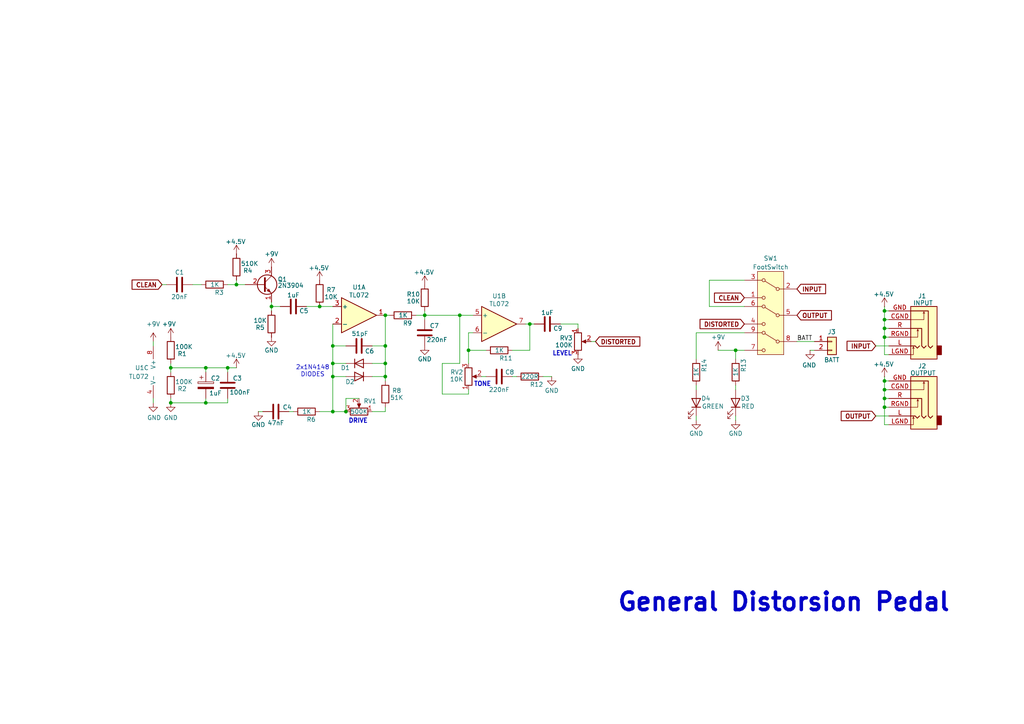
<source format=kicad_sch>
(kicad_sch (version 20231120) (generator "eeschema") (generator_version "8.0")
  (paper "A4")
  (lib_symbols
    (symbol "Amplifier_Operational:TL072" (pin_names (offset 0.127))
      (property "Reference" "U" (at 0 5.08 0))
      (property "Value" "TL072" (at 0 -5.08 0))
      (symbol "TL072_1_1"
        (polyline (pts (xy -5.08 5.08) (xy 5.08 0) (xy -5.08 -5.08) (xy -5.08 5.08)) (stroke (width 0.254)) (fill (type background)))
        (pin output line (at 7.62 0 180) (length 2.54) (name "~") (number "1"))
        (pin input line (at -7.62 -2.54 0) (length 2.54) (name "-") (number "2"))
        (pin input line (at -7.62 2.54 0) (length 2.54) (name "+") (number "3"))
      )
      (symbol "TL072_2_1"
        (polyline (pts (xy -5.08 5.08) (xy 5.08 0) (xy -5.08 -5.08) (xy -5.08 5.08)) (stroke (width 0.254)) (fill (type background)))
        (pin input line (at -7.62 2.54 0) (length 2.54) (name "+") (number "5"))
        (pin input line (at -7.62 -2.54 0) (length 2.54) (name "-") (number "6"))
        (pin output line (at 7.62 0 180) (length 2.54) (name "~") (number "7"))
      )
      (symbol "TL072_3_1"
        (pin power_in line (at -2.54 -7.62 90) (length 3.81) (name "V-") (number "4"))
        (pin power_in line (at -2.54 7.62 270) (length 3.81) (name "V+") (number "8"))
      )
    )
    (symbol "Connector_Audio:AudioJack3_Switch"
      (property "Reference" "J7" (at -1.905 11.43 0))
      (property "Value" "AudioJack3_Switch" (at -1.905 8.89 0))
      (symbol "AudioJack3_Switch_0_1"
        (rectangle (start -5.08 -5.08) (end -6.35 -7.62) (stroke (width 0.254)) (fill (type outline)))
        (polyline (pts (xy -1.27 4.826) (xy -1.016 4.318)))
        (polyline (pts (xy 0.508 -0.254) (xy 0.762 -0.762)))
        (polyline (pts (xy 1.778 -5.334) (xy 2.032 -5.842)))
        (polyline (pts (xy 0 -5.08) (xy 0.635 -5.715) (xy 1.27 -5.08) (xy 2.54 -5.08)) (stroke (width 0.254)))
        (polyline (pts (xy 2.54 -7.62) (xy 1.778 -7.62) (xy 1.778 -5.334) (xy 1.524 -5.842)))
        (polyline (pts (xy 2.54 -2.54) (xy 0.508 -2.54) (xy 0.508 -0.254) (xy 0.254 -0.762)))
        (polyline (pts (xy 2.54 2.54) (xy -1.27 2.54) (xy -1.27 4.826) (xy -1.524 4.318)))
        (polyline (pts (xy -1.905 -5.08) (xy -1.27 -5.715) (xy -0.635 -5.08) (xy -0.635 0) (xy 2.54 0)) (stroke (width 0.254)))
        (polyline (pts (xy 2.54 5.08) (xy -2.54 5.08) (xy -2.54 -5.08) (xy -3.175 -5.715) (xy -3.81 -5.08)) (stroke (width 0.254)))
        (rectangle (start 2.54 6.35) (end -5.08 -8.89) (stroke (width 0.254)) (fill (type background)))
      )
      (symbol "AudioJack3_Switch_1_1"
        (pin passive line (at 8.89 2.54 180) (length 6.35) (name "~") (number "CGND"))
        (pin passive line (at 8.89 5.08 180) (length 6.35) (name "~") (number "GND"))
        (pin passive line (at 8.89 -5.08 180) (length 6.35) (name "~") (number "L"))
        (pin passive line (at 8.89 -7.62 180) (length 6.35) (name "~") (number "LGND"))
        (pin passive line (at 8.89 0 180) (length 6.35) (name "~") (number "R"))
        (pin passive line (at 8.89 -2.54 180) (length 6.35) (name "~") (number "RGND"))
      )
    )
    (symbol "Connector_Generic:Conn_01x02" (pin_names (offset 1.016) hide)
      (property "Reference" "J" (at 0 2.54 0))
      (property "Value" "Conn_01x02" (at 0 -5.08 0))
      (symbol "Conn_01x02_1_1"
        (rectangle (start -1.27 -2.413) (end 0 -2.667) (stroke (width 0.1524)))
        (rectangle (start -1.27 0.127) (end 0 -0.127) (stroke (width 0.1524)))
        (rectangle (start -1.27 1.27) (end 1.27 -3.81) (stroke (width 0.254)) (fill (type background)))
        (pin passive line (at -5.08 0 0) (length 3.81) (name "Pin_1") (number "1"))
        (pin passive line (at -5.08 -2.54 0) (length 3.81) (name "Pin_2") (number "2"))
      )
    )
    (symbol "Device:C" (pin_numbers hide) (pin_names (offset 0.254))
      (property "Reference" "C" (at 0.635 2.54 0))
      (property "Value" "C" (at 0.635 -2.54 0))
      (symbol "C_0_1"
        (polyline (pts (xy -2.032 -0.762) (xy 2.032 -0.762)) (stroke (width 0.508)))
        (polyline (pts (xy -2.032 0.762) (xy 2.032 0.762)) (stroke (width 0.508)))
      )
      (symbol "C_1_1"
        (pin passive line (at 0 3.81 270) (length 2.794) (name "~") (number "1"))
        (pin passive line (at 0 -3.81 90) (length 2.794) (name "~") (number "2"))
      )
    )
    (symbol "Device:C_Polarized" (pin_numbers hide) (pin_names (offset 0.254))
      (property "Reference" "C" (at 0.635 2.54 0))
      (property "Value" "C_Polarized" (at 0.635 -2.54 0))
      (symbol "C_Polarized_0_1"
        (rectangle (start -2.286 0.508) (end 2.286 1.016))
        (polyline (pts (xy -1.778 2.286) (xy -0.762 2.286)))
        (polyline (pts (xy -1.27 2.794) (xy -1.27 1.778)))
        (rectangle (start 2.286 -0.508) (end -2.286 -1.016) (fill (type outline)))
      )
      (symbol "C_Polarized_1_1"
        (pin passive line (at 0 3.81 270) (length 2.794) (name "~") (number "1"))
        (pin passive line (at 0 -3.81 90) (length 2.794) (name "~") (number "2"))
      )
    )
    (symbol "Device:D" (pin_numbers hide) (pin_names (offset 1.016) hide)
      (property "Reference" "D" (at 0 2.54 0))
      (property "Value" "D" (at 0 -2.54 0))
      (symbol "D_0_1"
        (polyline (pts (xy -1.27 1.27) (xy -1.27 -1.27)) (stroke (width 0.254)))
        (polyline (pts (xy 1.27 0) (xy -1.27 0)))
        (polyline (pts (xy 1.27 1.27) (xy 1.27 -1.27) (xy -1.27 0) (xy 1.27 1.27)) (stroke (width 0.254)))
      )
      (symbol "D_1_1"
        (pin passive line (at -3.81 0 0) (length 2.54) (name "K") (number "1"))
        (pin passive line (at 3.81 0 180) (length 2.54) (name "A") (number "2"))
      )
    )
    (symbol "Device:LED" (pin_numbers hide) (pin_names (offset 1.016) hide)
      (property "Reference" "D" (at 0 2.54 0))
      (property "Value" "LED" (at 0 -2.54 0))
      (symbol "LED_0_1"
        (polyline (pts (xy -1.27 -1.27) (xy -1.27 1.27)) (stroke (width 0.254)))
        (polyline (pts (xy -1.27 0) (xy 1.27 0)))
        (polyline (pts (xy 1.27 -1.27) (xy 1.27 1.27) (xy -1.27 0) (xy 1.27 -1.27)) (stroke (width 0.254)))
        (polyline (pts (xy -3.048 -0.762) (xy -4.572 -2.286) (xy -3.81 -2.286) (xy -4.572 -2.286) (xy -4.572 -1.524)))
        (polyline (pts (xy -1.778 -0.762) (xy -3.302 -2.286) (xy -2.54 -2.286) (xy -3.302 -2.286) (xy -3.302 -1.524)))
      )
      (symbol "LED_1_1"
        (pin passive line (at -3.81 0 0) (length 2.54) (name "K") (number "1"))
        (pin passive line (at 3.81 0 180) (length 2.54) (name "A") (number "2"))
      )
    )
    (symbol "Device:R" (pin_numbers hide) (pin_names (offset 0))
      (property "Reference" "R" (at 2.032 0 90))
      (property "Value" "R" (at 0 0 90))
      (symbol "R_0_1"
        (rectangle (start -1.016 -2.54) (end 1.016 2.54) (stroke (width 0.254)))
      )
      (symbol "R_1_1"
        (pin passive line (at 0 3.81 270) (length 1.27) (name "~") (number "1"))
        (pin passive line (at 0 -3.81 90) (length 1.27) (name "~") (number "2"))
      )
    )
    (symbol "Device:R_Potentiometer" (pin_names (offset 1.016) hide)
      (property "Reference" "RV" (at -4.445 0 90))
      (property "Value" "R_Potentiometer" (at -2.54 0 90))
      (symbol "R_Potentiometer_0_1"
        (polyline (pts (xy 2.54 0) (xy 1.524 0)))
        (polyline (pts (xy 1.143 0) (xy 2.286 0.508) (xy 2.286 -0.508) (xy 1.143 0)) (fill (type outline)))
        (rectangle (start 1.016 2.54) (end -1.016 -2.54) (stroke (width 0.254)))
      )
      (symbol "R_Potentiometer_1_1"
        (pin passive line (at 0 3.81 270) (length 1.27) (name "1") (number "1"))
        (pin passive line (at 3.81 0 180) (length 1.27) (name "2") (number "2"))
        (pin passive line (at 0 -3.81 90) (length 1.27) (name "3") (number "3"))
      )
    )
    (symbol "Switch:SW_Nidec_CAS-120A1" (pin_names (offset 1) hide)
      (property "Reference" "SW3" (at 0 8.89 0))
      (property "Value" "SW_Nidec_CAS-120A1" (at 0 6.35 0))
      (symbol "SW_Nidec_CAS-120A1_0_1"
        (circle (center -2.032 -15.24) (radius 0.4572))
        (circle (center -2.032 -7.62) (radius 0.4572))
        (circle (center -2.032 0) (radius 0.4572))
        (polyline (pts (xy -1.651 -14.986) (xy 1.651 -12.954)))
        (polyline (pts (xy -1.651 -7.366) (xy 1.651 -5.334)))
        (polyline (pts (xy -1.651 0.254) (xy 1.651 2.286)))
        (circle (center 2.032 -17.78) (radius 0.4572))
        (circle (center 2.032 -12.7) (radius 0.4572))
        (circle (center 2.032 -10.16) (radius 0.4572))
        (circle (center 2.032 -5.08) (radius 0.4572))
        (circle (center 2.032 -2.54) (radius 0.4572))
        (circle (center 2.032 2.54) (radius 0.4572))
      )
      (symbol "SW_Nidec_CAS-120A1_1_1"
        (rectangle (start -3.81 5.08) (end 3.81 -19.05) (fill (type background)))
        (pin passive line (at 7.62 -2.54 180) (length 5.08) (name "C") (number "1"))
        (pin passive line (at -7.62 0 0) (length 5.08) (name "B") (number "2"))
        (pin passive line (at 7.62 2.54 180) (length 5.08) (name "A") (number "3"))
        (pin passive line (at 7.62 -10.16 180) (length 5.08) (name "C") (number "4"))
        (pin passive line (at -7.62 -7.62 0) (length 5.08) (name "B") (number "5"))
        (pin passive line (at 7.62 -5.08 180) (length 5.08) (name "A") (number "6"))
        (pin passive line (at 7.62 -17.78 180) (length 5.08) (name "C") (number "7"))
        (pin passive line (at -7.62 -15.24 0) (length 5.08) (name "B") (number "8"))
        (pin passive line (at 7.62 -12.7 180) (length 5.08) (name "A") (number "9"))
      )
    )
    (symbol "Transistor_BJT:2N3904" (pin_names (offset 0) hide)
      (property "Reference" "Q" (at 5.08 1.905 0))
      (property "Value" "2N3904" (at 5.08 0 0))
      (symbol "2N3904_0_1"
        (polyline (pts (xy 0.635 0.635) (xy 2.54 2.54)))
        (polyline (pts (xy 0.635 -0.635) (xy 2.54 -2.54) (xy 2.54 -2.54)))
        (polyline (pts (xy 0.635 1.905) (xy 0.635 -1.905) (xy 0.635 -1.905)) (stroke (width 0.508)))
        (polyline (pts (xy 1.27 -1.778) (xy 1.778 -1.27) (xy 2.286 -2.286) (xy 1.27 -1.778) (xy 1.27 -1.778)) (fill (type outline)))
        (circle (center 1.27 0) (radius 2.8194) (stroke (width 0.254)))
      )
      (symbol "2N3904_1_1"
        (pin passive line (at 2.54 -5.08 90) (length 2.54) (name "E") (number "1"))
        (pin passive line (at -5.08 0 0) (length 5.715) (name "B") (number "2"))
        (pin passive line (at 2.54 5.08 270) (length 2.54) (name "C") (number "3"))
      )
    )
    (symbol "power:+4V" (power) (pin_numbers hide) (pin_names (offset 0) hide)
      (property "Value" "+4V" (at 0 3.556 0))
      (symbol "+4V_0_1"
        (polyline (pts (xy -0.762 1.27) (xy 0 2.54)))
        (polyline (pts (xy 0 0) (xy 0 2.54)))
        (polyline (pts (xy 0 2.54) (xy 0.762 1.27)))
      )
      (symbol "+4V_1_1"
        (pin power_in line (at 0 0 90) (length 0) (name "~") (number "1"))
      )
    )
    (symbol "power:+9V" (power) (pin_numbers hide) (pin_names (offset 0) hide)
      (property "Value" "+9V" (at 0 3.556 0))
      (symbol "+9V_0_1"
        (polyline (pts (xy -0.762 1.27) (xy 0 2.54)))
        (polyline (pts (xy 0 0) (xy 0 2.54)))
        (polyline (pts (xy 0 2.54) (xy 0.762 1.27)))
      )
      (symbol "+9V_1_1"
        (pin power_in line (at 0 0 90) (length 0) (name "~") (number "1"))
      )
    )
    (symbol "power:GND" (power) (pin_numbers hide) (pin_names (offset 0) hide)
      (property "Value" "GND" (at 0 -3.81 0))
      (symbol "GND_0_1"
        (polyline (pts (xy 0 0) (xy 0 -1.27) (xy 1.27 -1.27) (xy 0 -2.54) (xy -1.27 -1.27) (xy 0 -1.27)))
      )
      (symbol "GND_1_1"
        (pin power_in line (at 0 0 270) (length 0) (name "~") (number "1"))
      )
    )
  )
  (junction (at 135.89 101.6))
  (junction (at 256.54 115.57))
  (junction (at 256.54 97.79))
  (junction (at 153.67 93.98))
  (junction (at 256.54 113.03))
  (junction (at 111.76 91.44))
  (junction (at 96.52 100.33))
  (junction (at 123.19 91.44))
  (junction (at 133.35 91.44))
  (junction (at 100.33 119.38))
  (junction (at 92.71 88.9))
  (junction (at 256.54 92.71))
  (junction (at 256.54 95.25))
  (junction (at 59.69 116.84))
  (junction (at 111.76 105.41))
  (junction (at 96.52 105.41))
  (junction (at 256.54 110.49))
  (junction (at 49.53 106.68))
  (junction (at 256.54 118.11))
  (junction (at 66.04 106.68))
  (junction (at 96.52 109.22))
  (junction (at 213.36 101.6))
  (junction (at 111.76 109.22))
  (junction (at 49.53 116.84))
  (junction (at 96.52 119.38))
  (junction (at 68.58 82.55))
  (junction (at 59.69 106.68))
  (junction (at 78.74 88.9))
  (junction (at 111.76 100.33))
  (junction (at 256.54 90.17))
  (wire (pts (xy 135.89 101.6) (xy 135.89 105.41)))
  (wire (pts (xy 256.54 102.87) (xy 257.81 102.87)))
  (wire (pts (xy 66.04 115.57) (xy 66.04 116.84)))
  (wire (pts (xy 107.95 109.22) (xy 111.76 109.22)))
  (wire (pts (xy 44.45 116.84) (xy 44.45 115.57)))
  (wire (pts (xy 96.52 93.98) (xy 96.52 100.33)))
  (wire (pts (xy 100.33 119.38) (xy 100.33 115.57)))
  (wire (pts (xy 59.69 107.95) (xy 59.69 106.68)))
  (wire (pts (xy 78.74 88.9) (xy 78.74 87.63)))
  (wire (pts (xy 172.72 99.06) (xy 171.45 99.06)))
  (wire (pts (xy 44.45 99.06) (xy 44.45 100.33)))
  (wire (pts (xy 256.54 115.57) (xy 257.81 115.57)))
  (wire (pts (xy 256.54 95.25) (xy 256.54 92.71)))
  (wire (pts (xy 153.67 93.98) (xy 152.4 93.98)))
  (wire (pts (xy 257.81 92.71) (xy 256.54 92.71)))
  (wire (pts (xy 133.35 91.44) (xy 137.16 91.44)))
  (wire (pts (xy 78.74 90.17) (xy 78.74 88.9)))
  (wire (pts (xy 148.59 101.6) (xy 153.67 101.6)))
  (wire (pts (xy 96.52 105.41) (xy 100.33 105.41)))
  (wire (pts (xy 256.54 90.17) (xy 256.54 92.71)))
  (wire (pts (xy 92.71 88.9) (xy 96.52 88.9)))
  (wire (pts (xy 66.04 106.68) (xy 68.58 106.68)))
  (wire (pts (xy 140.97 101.6) (xy 135.89 101.6)))
  (wire (pts (xy 257.81 90.17) (xy 256.54 90.17)))
  (wire (pts (xy 59.69 106.68) (xy 49.53 106.68)))
  (wire (pts (xy 59.69 115.57) (xy 59.69 116.84)))
  (wire (pts (xy 201.93 104.14) (xy 201.93 96.52)))
  (wire (pts (xy 96.52 105.41) (xy 96.52 109.22)))
  (wire (pts (xy 140.97 109.22) (xy 139.7 109.22)))
  (wire (pts (xy 234.95 101.6) (xy 236.22 101.6)))
  (wire (pts (xy 135.89 96.52) (xy 137.16 96.52)))
  (wire (pts (xy 96.52 119.38) (xy 100.33 119.38)))
  (wire (pts (xy 254 120.65) (xy 257.81 120.65)))
  (wire (pts (xy 257.81 97.79) (xy 256.54 97.79)))
  (wire (pts (xy 201.93 96.52) (xy 215.9 96.52)))
  (wire (pts (xy 256.54 118.11) (xy 256.54 115.57)))
  (wire (pts (xy 167.64 93.98) (xy 162.56 93.98)))
  (wire (pts (xy 160.02 109.22) (xy 157.48 109.22)))
  (wire (pts (xy 123.19 91.44) (xy 123.19 92.71)))
  (wire (pts (xy 257.81 118.11) (xy 256.54 118.11)))
  (wire (pts (xy 205.74 88.9) (xy 205.74 81.28)))
  (wire (pts (xy 49.53 115.57) (xy 49.53 116.84)))
  (wire (pts (xy 201.93 111.76) (xy 201.93 113.03)))
  (wire (pts (xy 215.9 88.9) (xy 205.74 88.9)))
  (wire (pts (xy 256.54 88.9) (xy 256.54 90.17)))
  (wire (pts (xy 153.67 101.6) (xy 153.67 93.98)))
  (wire (pts (xy 111.76 100.33) (xy 111.76 105.41)))
  (wire (pts (xy 120.65 91.44) (xy 123.19 91.44)))
  (wire (pts (xy 96.52 109.22) (xy 96.52 119.38)))
  (wire (pts (xy 107.95 100.33) (xy 111.76 100.33)))
  (wire (pts (xy 135.89 101.6) (xy 135.89 96.52)))
  (wire (pts (xy 205.74 81.28) (xy 215.9 81.28)))
  (wire (pts (xy 213.36 121.92) (xy 213.36 120.65)))
  (wire (pts (xy 96.52 109.22) (xy 100.33 109.22)))
  (wire (pts (xy 92.71 119.38) (xy 96.52 119.38)))
  (wire (pts (xy 59.69 116.84) (xy 49.53 116.84)))
  (wire (pts (xy 100.33 115.57) (xy 104.14 115.57)))
  (wire (pts (xy 111.76 119.38) (xy 111.76 118.11)))
  (wire (pts (xy 213.36 101.6) (xy 213.36 104.14)))
  (wire (pts (xy 257.81 113.03) (xy 256.54 113.03)))
  (wire (pts (xy 208.28 101.6) (xy 213.36 101.6)))
  (wire (pts (xy 88.9 88.9) (xy 92.71 88.9)))
  (wire (pts (xy 111.76 91.44) (xy 111.76 100.33)))
  (wire (pts (xy 68.58 82.55) (xy 71.12 82.55)))
  (wire (pts (xy 256.54 123.19) (xy 257.81 123.19)))
  (wire (pts (xy 111.76 110.49) (xy 111.76 109.22)))
  (wire (pts (xy 128.27 105.41) (xy 133.35 105.41)))
  (wire (pts (xy 46.99 82.55) (xy 48.26 82.55)))
  (wire (pts (xy 49.53 105.41) (xy 49.53 106.68)))
  (wire (pts (xy 66.04 82.55) (xy 68.58 82.55)))
  (wire (pts (xy 254 100.33) (xy 257.81 100.33)))
  (wire (pts (xy 96.52 100.33) (xy 96.52 105.41)))
  (wire (pts (xy 149.86 109.22) (xy 148.59 109.22)))
  (wire (pts (xy 66.04 116.84) (xy 59.69 116.84)))
  (wire (pts (xy 167.64 95.25) (xy 167.64 93.98)))
  (wire (pts (xy 213.36 101.6) (xy 215.9 101.6)))
  (wire (pts (xy 257.81 110.49) (xy 256.54 110.49)))
  (wire (pts (xy 59.69 106.68) (xy 66.04 106.68)))
  (wire (pts (xy 81.28 88.9) (xy 78.74 88.9)))
  (wire (pts (xy 256.54 109.22) (xy 256.54 110.49)))
  (wire (pts (xy 74.93 119.38) (xy 76.2 119.38)))
  (wire (pts (xy 66.04 106.68) (xy 66.04 107.95)))
  (wire (pts (xy 123.19 91.44) (xy 133.35 91.44)))
  (wire (pts (xy 256.54 97.79) (xy 256.54 102.87)))
  (wire (pts (xy 135.89 113.03) (xy 135.89 114.3)))
  (wire (pts (xy 68.58 81.28) (xy 68.58 82.55)))
  (wire (pts (xy 128.27 114.3) (xy 135.89 114.3)))
  (wire (pts (xy 256.54 97.79) (xy 256.54 95.25)))
  (wire (pts (xy 113.03 91.44) (xy 111.76 91.44)))
  (wire (pts (xy 107.95 119.38) (xy 111.76 119.38)))
  (wire (pts (xy 256.54 115.57) (xy 256.54 113.03)))
  (wire (pts (xy 107.95 105.41) (xy 111.76 105.41)))
  (wire (pts (xy 256.54 110.49) (xy 256.54 113.03)))
  (wire (pts (xy 213.36 111.76) (xy 213.36 113.03)))
  (wire (pts (xy 201.93 121.92) (xy 201.93 120.65)))
  (wire (pts (xy 49.53 106.68) (xy 49.53 107.95)))
  (wire (pts (xy 154.94 93.98) (xy 153.67 93.98)))
  (wire (pts (xy 256.54 95.25) (xy 257.81 95.25)))
  (wire (pts (xy 231.14 99.06) (xy 236.22 99.06)))
  (wire (pts (xy 256.54 118.11) (xy 256.54 123.19)))
  (wire (pts (xy 123.19 90.17) (xy 123.19 91.44)))
  (wire (pts (xy 100.33 100.33) (xy 96.52 100.33)))
  (wire (pts (xy 111.76 109.22) (xy 111.76 105.41)))
  (wire (pts (xy 55.88 82.55) (xy 58.42 82.55)))
  (wire (pts (xy 83.82 119.38) (xy 85.09 119.38)))
  (wire (pts (xy 128.27 114.3) (xy 128.27 105.41)))
  (wire (pts (xy 133.35 105.41) (xy 133.35 91.44)))
  (text "General Distorsion Pedal" (at 227.33 174.752 0) (effects (font (size 5.08 5.08) (thickness 1.016) (bold yes))))
  (text "LEVEL" (at 163.068 102.616 0) (effects (font (size 1.27 1.27) (thickness 0.254) (bold yes))))
  (text "TONE" (at 139.954 111.506 0) (effects (font (size 1.27 1.27) (thickness 0.254) (bold yes))))
  (text "2x1N4148\nDIODES" (at 90.678 107.696 0) (effects (font (size 1.27 1.27))))
  (text "DRIVE" (at 103.886 122.174 0) (effects (font (size 1.27 1.27) (thickness 0.254) (bold yes))))
  (label "BATT" (at 231.14 99.06 0))
  (global_label "INPUT" (shape input) (at 254 100.33 180) (effects (font (bold yes))) (property "Intersheetrefs" "${INTERSHEET_REFS}" (effects (hide yes))))
  (global_label "DISTORTED" (shape input) (at 172.72 99.06 0) (effects (font (bold yes))) (property "Intersheetrefs" "${INTERSHEET_REFS}" (effects (hide yes))))
  (global_label "CLEAN" (shape input) (at 215.9 86.36 180) (effects (font (bold yes))) (property "Intersheetrefs" "${INTERSHEET_REFS}" (effects (hide yes))))
  (global_label "OUTPUT" (shape input) (at 254 120.65 180) (effects (font (bold yes))) (property "Intersheetrefs" "${INTERSHEET_REFS}" (effects (hide yes))))
  (global_label "INPUT" (shape input) (at 231.14 83.82 0) (effects (font (bold yes))) (property "Intersheetrefs" "${INTERSHEET_REFS}" (effects (hide yes))))
  (global_label "CLEAN" (shape input) (at 46.99 82.55 180) (effects (font (bold yes))) (property "Intersheetrefs" "${INTERSHEET_REFS}" (effects (hide yes))))
  (global_label "DISTORTED" (shape input) (at 215.9 93.98 180) (effects (font (bold yes))) (property "Intersheetrefs" "${INTERSHEET_REFS}" (effects (hide yes))))
  (global_label "OUTPUT" (shape input) (at 231.14 91.44 0) (effects (font (bold yes))) (property "Intersheetrefs" "${INTERSHEET_REFS}" (effects (hide yes))))
  (symbol (lib_id "Amplifier_Operational:TL072") (at 144.78 93.98 0) (unit 2)
    (property "Reference" "U1" (at 144.78 85.852 0))
    (property "Value" "TL072" (at 144.78 88.138 0))
    (property "Footprint" "Package_DIP:DIP-8_W7.62mm" (effects (hide yes)))
    (property "Datasheet" "http://www.ti.com/lit/ds/symlink/tl071.pdf" (effects (hide yes)))
    (property "Description" "Dual Low-Noise JFET-Input Operational Amplifiers, DIP-8/SOIC-8" (effects (hide yes)))
  )
  (symbol (lib_id "Device:R") (at 49.53 111.76 180) (unit 1)
    (property "Reference" "R2" (at 52.832 112.776 0))
    (property "Value" "100K" (at 53.34 110.744 0))
    (property "Footprint" "Resistor_THT:R_Axial_DIN0207_L6.3mm_D2.5mm_P10.16mm_Horizontal" (effects (hide yes)))
    (property "Description" "Resistor" (effects (hide yes)))
  )
  (symbol (lib_id "Device:C") (at 80.01 119.38 270) (unit 1)
    (property "Reference" "C4" (at 83.312 118.11 90))
    (property "Value" "47nF" (at 80.01 122.682 90))
    (property "Footprint" "Capacitor_THT:C_Disc_D4.3mm_W1.9mm_P5.00mm" (effects (hide yes)))
    (property "Description" "Unpolarized capacitor" (effects (hide yes)))
  )
  (symbol (lib_id "power:GND") (at 44.45 116.84 0) (mirror y) (unit 1)
    (property "Reference" "#PWR02" (effects (hide yes)))
    (property "Value" "GND" (at 44.704 121.158 0))
    (property "Description" "Power symbol creates a global label with name \"GND\" , ground" (effects (hide yes)))
  )
  (symbol (lib_id "power:+4V") (at 123.19 82.55 0) (unit 1)
    (property "Reference" "#PWR011" (effects (hide yes)))
    (property "Value" "+4.5V" (at 122.936 78.994 0))
    (property "Description" "Power symbol creates a global label with name \"+4V\"" (effects (hide yes)))
  )
  (symbol (lib_id "power:+9V") (at 78.74 77.47 0) (mirror y) (unit 1)
    (property "Reference" "#PWR08" (effects (hide yes)))
    (property "Value" "+9V" (at 78.74 73.66 0))
    (property "Description" "Power symbol creates a global label with name \"+9V\"" (effects (hide yes)))
  )
  (symbol (lib_id "power:GND") (at 74.93 119.38 0) (unit 1)
    (property "Reference" "#PWR07" (effects (hide yes)))
    (property "Value" "GND" (at 74.93 123.19 0))
    (property "Description" "Power symbol creates a global label with name \"GND\" , ground" (effects (hide yes)))
  )
  (symbol (lib_id "Device:R_Potentiometer") (at 135.89 109.22 0) (mirror x) (unit 1)
    (property "Reference" "RV2" (at 134.366 107.95 0) (effects (justify right)))
    (property "Value" "10K" (at 134.366 109.982 0) (effects (justify right)))
    (property "Description" "Potentiometer" (effects (hide yes)))
  )
  (symbol (lib_id "power:GND") (at 123.19 100.33 0) (unit 1)
    (property "Reference" "#PWR012" (effects (hide yes)))
    (property "Value" "GND" (at 123.19 104.14 0))
    (property "Description" "Power symbol creates a global label with name \"GND\" , ground" (effects (hide yes)))
  )
  (symbol (lib_id "Device:C") (at 52.07 82.55 90) (unit 1)
    (property "Reference" "C1" (at 52.07 78.994 90))
    (property "Value" "20nF" (at 52.07 86.106 90))
    (property "Footprint" "Capacitor_THT:C_Disc_D4.3mm_W1.9mm_P5.00mm" (effects (hide yes)))
    (property "Description" "Unpolarized capacitor" (effects (hide yes)))
  )
  (symbol (lib_id "power:GND") (at 234.95 101.6 0) (unit 1)
    (property "Reference" "#PWR022" (effects (hide yes)))
    (property "Value" "GND" (at 234.696 105.918 0))
    (property "Description" "Power symbol creates a global label with name \"GND\" , ground" (effects (hide yes)))
  )
  (symbol (lib_id "Device:R_Potentiometer") (at 167.64 99.06 0) (unit 1)
    (property "Reference" "RV3" (at 166.116 98.044 0) (effects (justify right)))
    (property "Value" "100K" (at 166.116 100.076 0) (effects (justify right)))
    (property "Description" "Potentiometer" (effects (hide yes)))
  )
  (symbol (lib_id "Device:R") (at 213.36 107.95 0) (unit 1)
    (property "Reference" "R13" (at 215.646 107.95 90) (effects (justify left)))
    (property "Value" "1K" (at 213.36 109.22 90) (effects (justify left)))
    (property "Footprint" "Resistor_THT:R_Axial_DIN0207_L6.3mm_D2.5mm_P10.16mm_Horizontal" (effects (hide yes)))
  )
  (symbol (lib_id "Device:R") (at 153.67 109.22 270) (unit 1)
    (property "Reference" "R12" (at 153.67 111.506 90) (effects (justify left)))
    (property "Value" "220R" (at 151.13 109.22 90) (effects (justify left)))
    (property "Footprint" "Resistor_THT:R_Axial_DIN0207_L6.3mm_D2.5mm_P10.16mm_Horizontal" (effects (hide yes)))
  )
  (symbol (lib_id "Device:C_Polarized") (at 59.69 111.76 0) (unit 1)
    (property "Reference" "C2" (at 62.484 109.728 0))
    (property "Value" "1uF" (at 62.484 114.046 0))
    (property "Description" "Polarized capacitor" (effects (hide yes)))
  )
  (symbol (lib_id "Device:D") (at 104.14 105.41 0) (mirror x) (unit 1)
    (property "Reference" "D1" (at 98.806 106.68 0) (effects (justify left)))
    (property "Value" "D" (effects (hide yes)))
    (property "Footprint" "Diode_THT:D_DO-41_SOD81_P10.16mm_Horizontal" (effects (hide yes)))
    (property "Description" "Diode" (effects (hide yes)))
    (property "Sim.Device" "D" (effects (hide yes)))
    (property "Sim.Pins" "1=K 2=A" (effects (hide yes)))
  )
  (symbol (lib_id "Device:R") (at 62.23 82.55 270) (unit 1)
    (property "Reference" "R3" (at 62.23 84.836 90) (effects (justify left)))
    (property "Value" "1K" (at 60.96 82.55 90) (effects (justify left)))
    (property "Footprint" "Resistor_THT:R_Axial_DIN0207_L6.3mm_D2.5mm_P10.16mm_Horizontal" (effects (hide yes)))
  )
  (symbol (lib_id "Device:R") (at 123.19 86.36 0) (unit 1)
    (property "Reference" "R10" (at 119.888 85.344 0))
    (property "Value" "10K" (at 119.888 87.376 0))
    (property "Footprint" "Resistor_THT:R_Axial_DIN0207_L6.3mm_D2.5mm_P10.16mm_Horizontal" (effects (hide yes)))
    (property "Description" "Resistor" (effects (hide yes)))
  )
  (symbol (lib_id "power:+4V") (at 256.54 88.9 0) (unit 1)
    (property "Reference" "#PWR018" (effects (hide yes)))
    (property "Value" "+4.5V" (at 256.286 85.344 0))
    (property "Description" "Power symbol creates a global label with name \"+4V\"" (effects (hide yes)))
  )
  (symbol (lib_id "Device:R") (at 49.53 101.6 180) (unit 1)
    (property "Reference" "R1" (at 52.832 102.616 0))
    (property "Value" "100K" (at 53.34 100.584 0))
    (property "Footprint" "Resistor_THT:R_Axial_DIN0207_L6.3mm_D2.5mm_P10.16mm_Horizontal" (effects (hide yes)))
    (property "Description" "Resistor" (effects (hide yes)))
  )
  (symbol (lib_id "Device:R") (at 116.84 91.44 270) (unit 1)
    (property "Reference" "R9" (at 116.84 93.726 90) (effects (justify left)))
    (property "Value" "1K" (at 115.57 91.44 90) (effects (justify left)))
    (property "Footprint" "Resistor_THT:R_Axial_DIN0207_L6.3mm_D2.5mm_P10.16mm_Horizontal" (effects (hide yes)))
  )
  (symbol (lib_id "Amplifier_Operational:TL072") (at 104.14 91.44 0) (unit 1)
    (property "Reference" "U1" (at 104.14 83.312 0))
    (property "Value" "TL072" (at 104.14 85.598 0))
    (property "Footprint" "Package_DIP:DIP-8_W7.62mm" (effects (hide yes)))
    (property "Datasheet" "http://www.ti.com/lit/ds/symlink/tl071.pdf" (effects (hide yes)))
    (property "Description" "Dual Low-Noise JFET-Input Operational Amplifiers, DIP-8/SOIC-8" (effects (hide yes)))
  )
  (symbol (lib_id "power:GND") (at 213.36 121.92 0) (unit 1)
    (property "Reference" "#PWR017" (effects (hide yes)))
    (property "Value" "GND" (at 213.36 125.73 0))
  )
  (symbol (lib_id "power:+4V") (at 68.58 106.68 0) (unit 1)
    (property "Reference" "#PWR06" (effects (hide yes)))
    (property "Value" "+4.5V" (at 68.326 103.124 0))
    (property "Description" "Power symbol creates a global label with name \"+4V\"" (effects (hide yes)))
  )
  (symbol (lib_id "Device:C") (at 104.14 100.33 90) (unit 1)
    (property "Reference" "C6" (at 107.188 101.854 90))
    (property "Value" "51pF" (at 104.394 96.774 90))
    (property "Footprint" "Capacitor_THT:C_Disc_D4.3mm_W1.9mm_P5.00mm" (effects (hide yes)))
    (property "Description" "Unpolarized capacitor" (effects (hide yes)))
  )
  (symbol (lib_id "Connector_Generic:Conn_01x02") (at 241.3 99.06 0) (unit 1)
    (property "Reference" "J3" (at 240.03 96.266 0) (effects (justify left)))
    (property "Value" "BATT" (at 239.014 104.394 0) (effects (justify left)))
    (property "Description" "Generic connector, single row, 01x02, script generated (kicad-library-utils/schlib/autogen/connector/)" (effects (hide yes)))
  )
  (symbol (lib_id "Device:R") (at 92.71 85.09 0) (mirror y) (unit 1)
    (property "Reference" "R7" (at 96.012 84.074 0))
    (property "Value" "10K" (at 96.012 86.106 0))
    (property "Footprint" "Resistor_THT:R_Axial_DIN0207_L6.3mm_D2.5mm_P10.16mm_Horizontal" (effects (hide yes)))
    (property "Description" "Resistor" (effects (hide yes)))
  )
  (symbol (lib_id "power:GND") (at 49.53 116.84 0) (unit 1)
    (property "Reference" "#PWR04" (effects (hide yes)))
    (property "Value" "GND" (at 49.53 121.158 0))
    (property "Description" "Power symbol creates a global label with name \"GND\" , ground" (effects (hide yes)))
  )
  (symbol (lib_id "power:+9V") (at 208.28 101.6 0) (unit 1)
    (property "Reference" "#PWR016" (effects (hide yes)))
    (property "Value" "+9V" (at 208.28 97.79 0))
    (property "Description" "Power symbol creates a global label with name \"+9V\"" (effects (hide yes)))
  )
  (symbol (lib_id "Device:LED") (at 201.93 116.84 270) (mirror x) (unit 1)
    (property "Reference" "D4" (at 204.724 115.57 90))
    (property "Value" "GREEN" (at 206.756 117.856 90))
    (property "Footprint" "LED_THT:LED_D5.0mm" (effects (hide yes)))
    (property "Description" "Light emitting diode" (effects (hide yes)))
  )
  (symbol (lib_id "power:GND") (at 160.02 109.22 0) (unit 1)
    (property "Reference" "#PWR013" (effects (hide yes)))
    (property "Value" "GND" (at 160.02 113.284 0))
    (property "Description" "Power symbol creates a global label with name \"GND\" , ground" (effects (hide yes)))
  )
  (symbol (lib_id "Device:R") (at 68.58 77.47 180) (unit 1)
    (property "Reference" "R4" (at 71.882 78.486 0))
    (property "Value" "510K" (at 72.39 76.454 0))
    (property "Footprint" "Resistor_THT:R_Axial_DIN0207_L6.3mm_D2.5mm_P10.16mm_Horizontal" (effects (hide yes)))
    (property "Description" "Resistor" (effects (hide yes)))
  )
  (symbol (lib_id "Device:C") (at 85.09 88.9 270) (unit 1)
    (property "Reference" "C5" (at 88.138 90.17 90))
    (property "Value" "1uF" (at 85.09 85.598 90))
    (property "Footprint" "Capacitor_THT:C_Disc_D4.3mm_W1.9mm_P5.00mm" (effects (hide yes)))
    (property "Description" "Unpolarized capacitor" (effects (hide yes)))
  )
  (symbol (lib_id "power:+4V") (at 256.54 109.22 0) (unit 1)
    (property "Reference" "#PWR020" (effects (hide yes)))
    (property "Value" "+4.5V" (at 256.286 105.664 0))
    (property "Description" "Power symbol creates a global label with name \"+4V\"" (effects (hide yes)))
  )
  (symbol (lib_id "power:GND") (at 201.93 121.92 0) (unit 1)
    (property "Reference" "#PWR019" (effects (hide yes)))
    (property "Value" "GND" (at 201.93 125.73 0))
  )
  (symbol (lib_id "Device:R") (at 88.9 119.38 270) (unit 1)
    (property "Reference" "R6" (at 88.9 121.666 90) (effects (justify left)))
    (property "Value" "1K" (at 87.63 119.38 90) (effects (justify left)))
    (property "Footprint" "Resistor_THT:R_Axial_DIN0207_L6.3mm_D2.5mm_P10.16mm_Horizontal" (effects (hide yes)))
  )
  (symbol (lib_id "Device:C") (at 144.78 109.22 270) (unit 1)
    (property "Reference" "C8" (at 147.828 107.95 90))
    (property "Value" "220nF" (at 144.78 113.03 90))
    (property "Footprint" "Capacitor_THT:C_Disc_D4.3mm_W1.9mm_P5.00mm" (effects (hide yes)))
    (property "Description" "Unpolarized capacitor" (effects (hide yes)))
  )
  (symbol (lib_id "Device:R") (at 111.76 114.3 0) (mirror y) (unit 1)
    (property "Reference" "R8" (at 115.062 113.284 0))
    (property "Value" "51K" (at 115.062 115.316 0))
    (property "Footprint" "Resistor_THT:R_Axial_DIN0207_L6.3mm_D2.5mm_P10.16mm_Horizontal" (effects (hide yes)))
    (property "Description" "Resistor" (effects (hide yes)))
  )
  (symbol (lib_id "power:GND") (at 78.74 97.79 0) (unit 1)
    (property "Reference" "#PWR09" (effects (hide yes)))
    (property "Value" "GND" (at 78.74 101.6 0))
    (property "Description" "Power symbol creates a global label with name \"GND\" , ground" (effects (hide yes)))
  )
  (symbol (lib_id "Amplifier_Operational:TL072") (at 41.91 107.95 0) (mirror y) (unit 3)
    (property "Reference" "U1" (at 43.18 106.6799 0) (effects (justify left)))
    (property "Value" "TL072" (at 43.18 109.2199 0) (effects (justify left)))
    (property "Footprint" "Package_DIP:DIP-8_W7.62mm" (effects (hide yes)))
    (property "Datasheet" "http://www.ti.com/lit/ds/symlink/tl071.pdf" (effects (hide yes)))
    (property "Description" "Dual Low-Noise JFET-Input Operational Amplifiers, DIP-8/SOIC-8" (effects (hide yes)))
  )
  (symbol (lib_id "power:+4V") (at 92.71 81.28 0) (unit 1)
    (property "Reference" "#PWR010" (effects (hide yes)))
    (property "Value" "+4.5V" (at 92.456 77.724 0))
    (property "Description" "Power symbol creates a global label with name \"+4V\"" (effects (hide yes)))
  )
  (symbol (lib_id "Switch:SW_Nidec_CAS-120A1") (at 223.52 83.82 0) (mirror y) (unit 1)
    (property "Reference" "SW1" (at 223.52 74.93 0))
    (property "Value" "FootSwitch" (at 223.52 77.47 0))
    (property "Footprint" "Button_Switch_SMD:Nidec_Copal_CAS-120A" (effects (hide yes)))
    (property "Datasheet" "https://www.nidec-components.com/e/catalog/switch/cas.pdf" (effects (hide yes)))
    (property "Description" "Switch, single pole double throw" (effects (hide yes)))
  )
  (symbol (lib_id "Connector_Audio:AudioJack3_Switch") (at 266.7 115.57 0) (mirror y) (unit 1)
    (property "Reference" "J2" (at 267.462 106.172 0))
    (property "Value" "OUTPUT" (at 267.716 108.204 0))
    (property "Description" "Audio Jack, 3 Poles (Stereo / TRS), Switched Poles (Normalling)" (effects (hide yes)))
  )
  (symbol (lib_id "Device:C") (at 158.75 93.98 270) (unit 1)
    (property "Reference" "C9" (at 161.798 95.25 90))
    (property "Value" "1uF" (at 158.75 90.678 90))
    (property "Footprint" "Capacitor_THT:C_Disc_D4.3mm_W1.9mm_P5.00mm" (effects (hide yes)))
    (property "Description" "Unpolarized capacitor" (effects (hide yes)))
  )
  (symbol (lib_id "Device:R") (at 201.93 107.95 0) (unit 1)
    (property "Reference" "R14" (at 204.216 107.95 90) (effects (justify left)))
    (property "Value" "1K" (at 201.93 109.22 90) (effects (justify left)))
    (property "Footprint" "Resistor_THT:R_Axial_DIN0207_L6.3mm_D2.5mm_P10.16mm_Horizontal" (effects (hide yes)))
  )
  (symbol (lib_id "Connector_Audio:AudioJack3_Switch") (at 266.7 95.25 0) (mirror y) (unit 1)
    (property "Reference" "J1" (at 267.462 85.852 0))
    (property "Value" "INPUT" (at 267.716 87.884 0))
    (property "Description" "Audio Jack, 3 Poles (Stereo / TRS), Switched Poles (Normalling)" (effects (hide yes)))
  )
  (symbol (lib_id "power:+9V") (at 49.53 97.79 0) (unit 1)
    (property "Reference" "#PWR03" (effects (hide yes)))
    (property "Value" "+9V" (at 49.022 93.98 0))
    (property "Description" "Power symbol creates a global label with name \"+9V\"" (effects (hide yes)))
  )
  (symbol (lib_id "Device:C") (at 66.04 111.76 180) (unit 1)
    (property "Reference" "C3" (at 68.834 109.728 0))
    (property "Value" "100nF" (at 69.596 113.792 0))
    (property "Footprint" "Capacitor_THT:C_Disc_D4.3mm_W1.9mm_P5.00mm" (effects (hide yes)))
    (property "Description" "Unpolarized capacitor" (effects (hide yes)))
  )
  (symbol (lib_id "Device:R_Potentiometer") (at 104.14 119.38 270) (mirror x) (unit 1)
    (property "Reference" "RV1" (at 109.22 116.332 90) (effects (justify right)))
    (property "Value" "500K" (at 106.68 119.38 90) (effects (justify right)))
    (property "Description" "Potentiometer" (effects (hide yes)))
  )
  (symbol (lib_id "Device:R") (at 144.78 101.6 270) (unit 1)
    (property "Reference" "R11" (at 144.78 103.886 90) (effects (justify left)))
    (property "Value" "1K" (at 143.51 101.6 90) (effects (justify left)))
    (property "Footprint" "Resistor_THT:R_Axial_DIN0207_L6.3mm_D2.5mm_P10.16mm_Horizontal" (effects (hide yes)))
  )
  (symbol (lib_id "Device:C") (at 123.19 96.52 180) (unit 1)
    (property "Reference" "C7" (at 125.984 94.488 0))
    (property "Value" "220nF" (at 126.746 98.552 0))
    (property "Footprint" "Capacitor_THT:C_Disc_D4.3mm_W1.9mm_P5.00mm" (effects (hide yes)))
    (property "Description" "Unpolarized capacitor" (effects (hide yes)))
  )
  (symbol (lib_id "Device:D") (at 104.14 109.22 0) (mirror y) (unit 1)
    (property "Reference" "D2" (at 102.87 110.744 0) (effects (justify left)))
    (property "Value" "D" (effects (hide yes)))
    (property "Footprint" "Diode_THT:D_DO-41_SOD81_P10.16mm_Horizontal" (effects (hide yes)))
    (property "Description" "Diode" (effects (hide yes)))
    (property "Sim.Device" "D" (effects (hide yes)))
    (property "Sim.Pins" "1=K 2=A" (effects (hide yes)))
  )
  (symbol (lib_id "power:+9V") (at 44.45 99.06 0) (mirror y) (unit 1)
    (property "Reference" "#PWR01" (effects (hide yes)))
    (property "Value" "+9V" (at 44.45 93.98 0))
    (property "Description" "Power symbol creates a global label with name \"+9V\"" (effects (hide yes)))
  )
  (symbol (lib_id "power:GND") (at 167.64 102.87 0) (unit 1)
    (property "Reference" "#PWR014" (effects (hide yes)))
    (property "Value" "GND" (at 167.64 106.934 0))
    (property "Description" "Power symbol creates a global label with name \"GND\" , ground" (effects (hide yes)))
  )
  (symbol (lib_id "Device:R") (at 78.74 93.98 0) (mirror x) (unit 1)
    (property "Reference" "R5" (at 75.438 94.996 0))
    (property "Value" "10K" (at 75.438 92.964 0))
    (property "Footprint" "Resistor_THT:R_Axial_DIN0207_L6.3mm_D2.5mm_P10.16mm_Horizontal" (effects (hide yes)))
    (property "Description" "Resistor" (effects (hide yes)))
  )
  (symbol (lib_id "Device:LED") (at 213.36 116.84 270) (mirror x) (unit 1)
    (property "Reference" "D3" (at 216.154 115.57 90))
    (property "Value" "RED" (at 216.916 117.856 90))
    (property "Footprint" "LED_THT:LED_D5.0mm" (effects (hide yes)))
    (property "Description" "Light emitting diode" (effects (hide yes)))
  )
  (symbol (lib_id "Transistor_BJT:2N3904") (at 76.2 82.55 0) (unit 1)
    (property "Reference" "Q1" (at 80.518 81.026 0) (effects (justify left)))
    (property "Value" "2N3904" (at 80.518 82.804 0) (effects (justify left)))
    (property "Footprint" "Package_TO_SOT_THT:TO-92_Inline" (effects (hide yes)))
    (property "Datasheet" "https://www.onsemi.com/pub/Collateral/2N3903-D.PDF" (effects (hide yes)))
    (property "Description" "0.2A Ic, 40V Vce, Small Signal NPN Transistor, TO-92" (effects (hide yes)))
  )
  (symbol (lib_id "power:+4V") (at 68.58 73.66 0) (unit 1)
    (property "Reference" "#PWR05" (effects (hide yes)))
    (property "Value" "+4.5V" (at 68.326 70.104 0))
    (property "Description" "Power symbol creates a global label with name \"+4V\"" (effects (hide yes)))
  )
)
</source>
